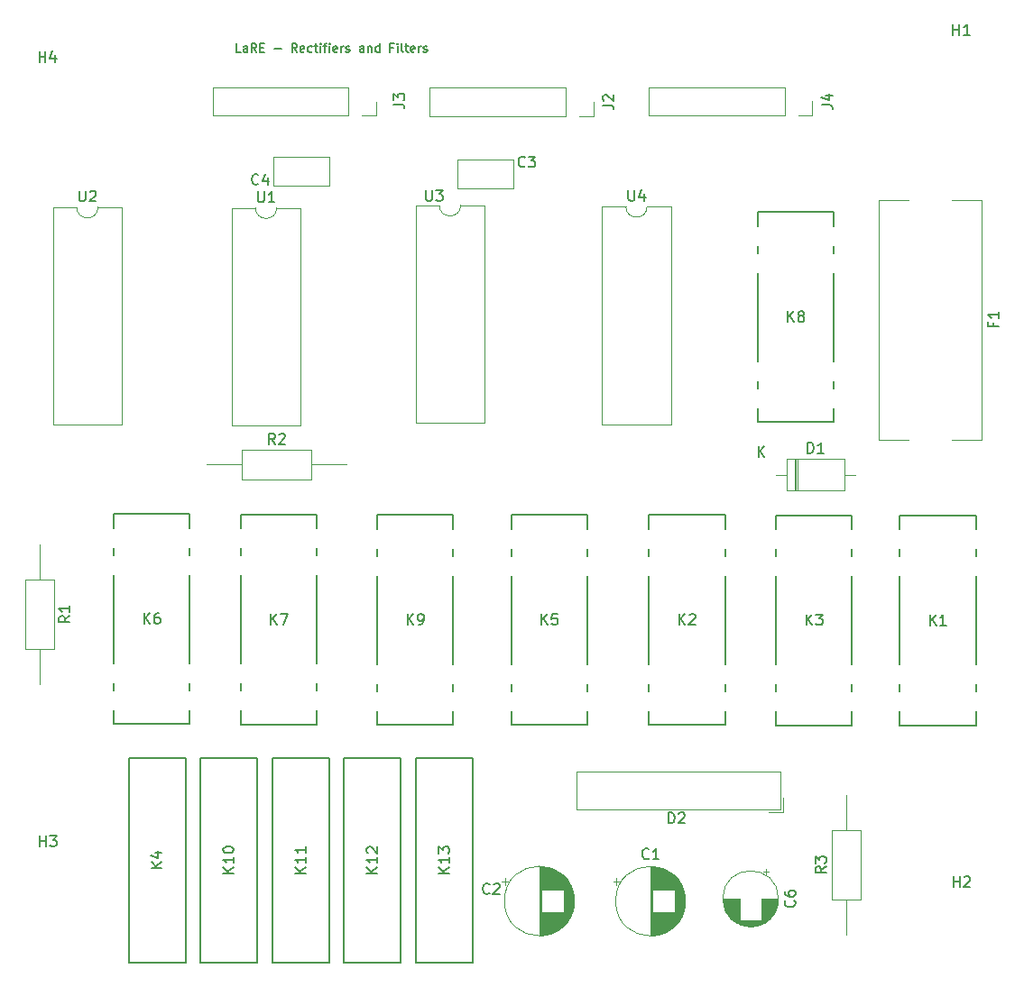
<source format=gbr>
%TF.GenerationSoftware,KiCad,Pcbnew,8.0.3*%
%TF.CreationDate,2024-06-12T05:50:31+01:00*%
%TF.ProjectId,meiaonda,6d656961-6f6e-4646-912e-6b696361645f,rev?*%
%TF.SameCoordinates,Original*%
%TF.FileFunction,Legend,Top*%
%TF.FilePolarity,Positive*%
%FSLAX46Y46*%
G04 Gerber Fmt 4.6, Leading zero omitted, Abs format (unit mm)*
G04 Created by KiCad (PCBNEW 8.0.3) date 2024-06-12 05:50:31*
%MOMM*%
%LPD*%
G01*
G04 APERTURE LIST*
%ADD10C,0.152400*%
%ADD11C,0.150000*%
%ADD12C,0.120000*%
G04 APERTURE END LIST*
D10*
X103620834Y-43192603D02*
X103233786Y-43192603D01*
X103233786Y-43192603D02*
X103233786Y-42379803D01*
X104240110Y-43192603D02*
X104240110Y-42766851D01*
X104240110Y-42766851D02*
X104201405Y-42689441D01*
X104201405Y-42689441D02*
X104123996Y-42650737D01*
X104123996Y-42650737D02*
X103969177Y-42650737D01*
X103969177Y-42650737D02*
X103891767Y-42689441D01*
X104240110Y-43153899D02*
X104162701Y-43192603D01*
X104162701Y-43192603D02*
X103969177Y-43192603D01*
X103969177Y-43192603D02*
X103891767Y-43153899D01*
X103891767Y-43153899D02*
X103853063Y-43076489D01*
X103853063Y-43076489D02*
X103853063Y-42999079D01*
X103853063Y-42999079D02*
X103891767Y-42921670D01*
X103891767Y-42921670D02*
X103969177Y-42882965D01*
X103969177Y-42882965D02*
X104162701Y-42882965D01*
X104162701Y-42882965D02*
X104240110Y-42844260D01*
X105091614Y-43192603D02*
X104820681Y-42805556D01*
X104627157Y-43192603D02*
X104627157Y-42379803D01*
X104627157Y-42379803D02*
X104936795Y-42379803D01*
X104936795Y-42379803D02*
X105014205Y-42418508D01*
X105014205Y-42418508D02*
X105052910Y-42457213D01*
X105052910Y-42457213D02*
X105091614Y-42534622D01*
X105091614Y-42534622D02*
X105091614Y-42650737D01*
X105091614Y-42650737D02*
X105052910Y-42728146D01*
X105052910Y-42728146D02*
X105014205Y-42766851D01*
X105014205Y-42766851D02*
X104936795Y-42805556D01*
X104936795Y-42805556D02*
X104627157Y-42805556D01*
X105439957Y-42766851D02*
X105710891Y-42766851D01*
X105827005Y-43192603D02*
X105439957Y-43192603D01*
X105439957Y-43192603D02*
X105439957Y-42379803D01*
X105439957Y-42379803D02*
X105827005Y-42379803D01*
X106794623Y-42882965D02*
X107413900Y-42882965D01*
X108884680Y-43192603D02*
X108613747Y-42805556D01*
X108420223Y-43192603D02*
X108420223Y-42379803D01*
X108420223Y-42379803D02*
X108729861Y-42379803D01*
X108729861Y-42379803D02*
X108807271Y-42418508D01*
X108807271Y-42418508D02*
X108845976Y-42457213D01*
X108845976Y-42457213D02*
X108884680Y-42534622D01*
X108884680Y-42534622D02*
X108884680Y-42650737D01*
X108884680Y-42650737D02*
X108845976Y-42728146D01*
X108845976Y-42728146D02*
X108807271Y-42766851D01*
X108807271Y-42766851D02*
X108729861Y-42805556D01*
X108729861Y-42805556D02*
X108420223Y-42805556D01*
X109542661Y-43153899D02*
X109465252Y-43192603D01*
X109465252Y-43192603D02*
X109310433Y-43192603D01*
X109310433Y-43192603D02*
X109233023Y-43153899D01*
X109233023Y-43153899D02*
X109194319Y-43076489D01*
X109194319Y-43076489D02*
X109194319Y-42766851D01*
X109194319Y-42766851D02*
X109233023Y-42689441D01*
X109233023Y-42689441D02*
X109310433Y-42650737D01*
X109310433Y-42650737D02*
X109465252Y-42650737D01*
X109465252Y-42650737D02*
X109542661Y-42689441D01*
X109542661Y-42689441D02*
X109581366Y-42766851D01*
X109581366Y-42766851D02*
X109581366Y-42844260D01*
X109581366Y-42844260D02*
X109194319Y-42921670D01*
X110278052Y-43153899D02*
X110200643Y-43192603D01*
X110200643Y-43192603D02*
X110045824Y-43192603D01*
X110045824Y-43192603D02*
X109968414Y-43153899D01*
X109968414Y-43153899D02*
X109929709Y-43115194D01*
X109929709Y-43115194D02*
X109891005Y-43037784D01*
X109891005Y-43037784D02*
X109891005Y-42805556D01*
X109891005Y-42805556D02*
X109929709Y-42728146D01*
X109929709Y-42728146D02*
X109968414Y-42689441D01*
X109968414Y-42689441D02*
X110045824Y-42650737D01*
X110045824Y-42650737D02*
X110200643Y-42650737D01*
X110200643Y-42650737D02*
X110278052Y-42689441D01*
X110510281Y-42650737D02*
X110819919Y-42650737D01*
X110626395Y-42379803D02*
X110626395Y-43076489D01*
X110626395Y-43076489D02*
X110665100Y-43153899D01*
X110665100Y-43153899D02*
X110742510Y-43192603D01*
X110742510Y-43192603D02*
X110819919Y-43192603D01*
X111090852Y-43192603D02*
X111090852Y-42650737D01*
X111090852Y-42379803D02*
X111052148Y-42418508D01*
X111052148Y-42418508D02*
X111090852Y-42457213D01*
X111090852Y-42457213D02*
X111129557Y-42418508D01*
X111129557Y-42418508D02*
X111090852Y-42379803D01*
X111090852Y-42379803D02*
X111090852Y-42457213D01*
X111361786Y-42650737D02*
X111671424Y-42650737D01*
X111477900Y-43192603D02*
X111477900Y-42495918D01*
X111477900Y-42495918D02*
X111516605Y-42418508D01*
X111516605Y-42418508D02*
X111594015Y-42379803D01*
X111594015Y-42379803D02*
X111671424Y-42379803D01*
X111942357Y-43192603D02*
X111942357Y-42650737D01*
X111942357Y-42379803D02*
X111903653Y-42418508D01*
X111903653Y-42418508D02*
X111942357Y-42457213D01*
X111942357Y-42457213D02*
X111981062Y-42418508D01*
X111981062Y-42418508D02*
X111942357Y-42379803D01*
X111942357Y-42379803D02*
X111942357Y-42457213D01*
X112639043Y-43153899D02*
X112561634Y-43192603D01*
X112561634Y-43192603D02*
X112406815Y-43192603D01*
X112406815Y-43192603D02*
X112329405Y-43153899D01*
X112329405Y-43153899D02*
X112290701Y-43076489D01*
X112290701Y-43076489D02*
X112290701Y-42766851D01*
X112290701Y-42766851D02*
X112329405Y-42689441D01*
X112329405Y-42689441D02*
X112406815Y-42650737D01*
X112406815Y-42650737D02*
X112561634Y-42650737D01*
X112561634Y-42650737D02*
X112639043Y-42689441D01*
X112639043Y-42689441D02*
X112677748Y-42766851D01*
X112677748Y-42766851D02*
X112677748Y-42844260D01*
X112677748Y-42844260D02*
X112290701Y-42921670D01*
X113026091Y-43192603D02*
X113026091Y-42650737D01*
X113026091Y-42805556D02*
X113064796Y-42728146D01*
X113064796Y-42728146D02*
X113103501Y-42689441D01*
X113103501Y-42689441D02*
X113180910Y-42650737D01*
X113180910Y-42650737D02*
X113258320Y-42650737D01*
X113490549Y-43153899D02*
X113567958Y-43192603D01*
X113567958Y-43192603D02*
X113722777Y-43192603D01*
X113722777Y-43192603D02*
X113800187Y-43153899D01*
X113800187Y-43153899D02*
X113838891Y-43076489D01*
X113838891Y-43076489D02*
X113838891Y-43037784D01*
X113838891Y-43037784D02*
X113800187Y-42960375D01*
X113800187Y-42960375D02*
X113722777Y-42921670D01*
X113722777Y-42921670D02*
X113606663Y-42921670D01*
X113606663Y-42921670D02*
X113529253Y-42882965D01*
X113529253Y-42882965D02*
X113490549Y-42805556D01*
X113490549Y-42805556D02*
X113490549Y-42766851D01*
X113490549Y-42766851D02*
X113529253Y-42689441D01*
X113529253Y-42689441D02*
X113606663Y-42650737D01*
X113606663Y-42650737D02*
X113722777Y-42650737D01*
X113722777Y-42650737D02*
X113800187Y-42689441D01*
X115154853Y-43192603D02*
X115154853Y-42766851D01*
X115154853Y-42766851D02*
X115116148Y-42689441D01*
X115116148Y-42689441D02*
X115038739Y-42650737D01*
X115038739Y-42650737D02*
X114883920Y-42650737D01*
X114883920Y-42650737D02*
X114806510Y-42689441D01*
X115154853Y-43153899D02*
X115077444Y-43192603D01*
X115077444Y-43192603D02*
X114883920Y-43192603D01*
X114883920Y-43192603D02*
X114806510Y-43153899D01*
X114806510Y-43153899D02*
X114767806Y-43076489D01*
X114767806Y-43076489D02*
X114767806Y-42999079D01*
X114767806Y-42999079D02*
X114806510Y-42921670D01*
X114806510Y-42921670D02*
X114883920Y-42882965D01*
X114883920Y-42882965D02*
X115077444Y-42882965D01*
X115077444Y-42882965D02*
X115154853Y-42844260D01*
X115541900Y-42650737D02*
X115541900Y-43192603D01*
X115541900Y-42728146D02*
X115580605Y-42689441D01*
X115580605Y-42689441D02*
X115658015Y-42650737D01*
X115658015Y-42650737D02*
X115774129Y-42650737D01*
X115774129Y-42650737D02*
X115851538Y-42689441D01*
X115851538Y-42689441D02*
X115890243Y-42766851D01*
X115890243Y-42766851D02*
X115890243Y-43192603D01*
X116625633Y-43192603D02*
X116625633Y-42379803D01*
X116625633Y-43153899D02*
X116548224Y-43192603D01*
X116548224Y-43192603D02*
X116393405Y-43192603D01*
X116393405Y-43192603D02*
X116315995Y-43153899D01*
X116315995Y-43153899D02*
X116277290Y-43115194D01*
X116277290Y-43115194D02*
X116238586Y-43037784D01*
X116238586Y-43037784D02*
X116238586Y-42805556D01*
X116238586Y-42805556D02*
X116277290Y-42728146D01*
X116277290Y-42728146D02*
X116315995Y-42689441D01*
X116315995Y-42689441D02*
X116393405Y-42650737D01*
X116393405Y-42650737D02*
X116548224Y-42650737D01*
X116548224Y-42650737D02*
X116625633Y-42689441D01*
X117902890Y-42766851D02*
X117631956Y-42766851D01*
X117631956Y-43192603D02*
X117631956Y-42379803D01*
X117631956Y-42379803D02*
X118019004Y-42379803D01*
X118328642Y-43192603D02*
X118328642Y-42650737D01*
X118328642Y-42379803D02*
X118289938Y-42418508D01*
X118289938Y-42418508D02*
X118328642Y-42457213D01*
X118328642Y-42457213D02*
X118367347Y-42418508D01*
X118367347Y-42418508D02*
X118328642Y-42379803D01*
X118328642Y-42379803D02*
X118328642Y-42457213D01*
X118831805Y-43192603D02*
X118754395Y-43153899D01*
X118754395Y-43153899D02*
X118715690Y-43076489D01*
X118715690Y-43076489D02*
X118715690Y-42379803D01*
X119025328Y-42650737D02*
X119334966Y-42650737D01*
X119141442Y-42379803D02*
X119141442Y-43076489D01*
X119141442Y-43076489D02*
X119180147Y-43153899D01*
X119180147Y-43153899D02*
X119257557Y-43192603D01*
X119257557Y-43192603D02*
X119334966Y-43192603D01*
X119915537Y-43153899D02*
X119838128Y-43192603D01*
X119838128Y-43192603D02*
X119683309Y-43192603D01*
X119683309Y-43192603D02*
X119605899Y-43153899D01*
X119605899Y-43153899D02*
X119567195Y-43076489D01*
X119567195Y-43076489D02*
X119567195Y-42766851D01*
X119567195Y-42766851D02*
X119605899Y-42689441D01*
X119605899Y-42689441D02*
X119683309Y-42650737D01*
X119683309Y-42650737D02*
X119838128Y-42650737D01*
X119838128Y-42650737D02*
X119915537Y-42689441D01*
X119915537Y-42689441D02*
X119954242Y-42766851D01*
X119954242Y-42766851D02*
X119954242Y-42844260D01*
X119954242Y-42844260D02*
X119567195Y-42921670D01*
X120302585Y-43192603D02*
X120302585Y-42650737D01*
X120302585Y-42805556D02*
X120341290Y-42728146D01*
X120341290Y-42728146D02*
X120379995Y-42689441D01*
X120379995Y-42689441D02*
X120457404Y-42650737D01*
X120457404Y-42650737D02*
X120534814Y-42650737D01*
X120767043Y-43153899D02*
X120844452Y-43192603D01*
X120844452Y-43192603D02*
X120999271Y-43192603D01*
X120999271Y-43192603D02*
X121076681Y-43153899D01*
X121076681Y-43153899D02*
X121115385Y-43076489D01*
X121115385Y-43076489D02*
X121115385Y-43037784D01*
X121115385Y-43037784D02*
X121076681Y-42960375D01*
X121076681Y-42960375D02*
X120999271Y-42921670D01*
X120999271Y-42921670D02*
X120883157Y-42921670D01*
X120883157Y-42921670D02*
X120805747Y-42882965D01*
X120805747Y-42882965D02*
X120767043Y-42805556D01*
X120767043Y-42805556D02*
X120767043Y-42766851D01*
X120767043Y-42766851D02*
X120805747Y-42689441D01*
X120805747Y-42689441D02*
X120883157Y-42650737D01*
X120883157Y-42650737D02*
X120999271Y-42650737D01*
X120999271Y-42650737D02*
X121076681Y-42689441D01*
D11*
X174241009Y-68643333D02*
X174241009Y-68976666D01*
X174764819Y-68976666D02*
X173764819Y-68976666D01*
X173764819Y-68976666D02*
X173764819Y-68500476D01*
X174764819Y-67595714D02*
X174764819Y-68167142D01*
X174764819Y-67881428D02*
X173764819Y-67881428D01*
X173764819Y-67881428D02*
X173907676Y-67976666D01*
X173907676Y-67976666D02*
X174002914Y-68071904D01*
X174002914Y-68071904D02*
X174050533Y-68167142D01*
X158134819Y-48153333D02*
X158849104Y-48153333D01*
X158849104Y-48153333D02*
X158991961Y-48200952D01*
X158991961Y-48200952D02*
X159087200Y-48296190D01*
X159087200Y-48296190D02*
X159134819Y-48439047D01*
X159134819Y-48439047D02*
X159134819Y-48534285D01*
X158468152Y-47248571D02*
X159134819Y-47248571D01*
X158087200Y-47486666D02*
X158801485Y-47724761D01*
X158801485Y-47724761D02*
X158801485Y-47105714D01*
X84718095Y-44124819D02*
X84718095Y-43124819D01*
X84718095Y-43601009D02*
X85289523Y-43601009D01*
X85289523Y-44124819D02*
X85289523Y-43124819D01*
X86194285Y-43458152D02*
X86194285Y-44124819D01*
X85956190Y-43077200D02*
X85718095Y-43791485D01*
X85718095Y-43791485D02*
X86337142Y-43791485D01*
X84758095Y-117804819D02*
X84758095Y-116804819D01*
X84758095Y-117281009D02*
X85329523Y-117281009D01*
X85329523Y-117804819D02*
X85329523Y-116804819D01*
X85710476Y-116804819D02*
X86329523Y-116804819D01*
X86329523Y-116804819D02*
X85996190Y-117185771D01*
X85996190Y-117185771D02*
X86139047Y-117185771D01*
X86139047Y-117185771D02*
X86234285Y-117233390D01*
X86234285Y-117233390D02*
X86281904Y-117281009D01*
X86281904Y-117281009D02*
X86329523Y-117376247D01*
X86329523Y-117376247D02*
X86329523Y-117614342D01*
X86329523Y-117614342D02*
X86281904Y-117709580D01*
X86281904Y-117709580D02*
X86234285Y-117757200D01*
X86234285Y-117757200D02*
X86139047Y-117804819D01*
X86139047Y-117804819D02*
X85853333Y-117804819D01*
X85853333Y-117804819D02*
X85758095Y-117757200D01*
X85758095Y-117757200D02*
X85710476Y-117709580D01*
X170498095Y-121604819D02*
X170498095Y-120604819D01*
X170498095Y-121081009D02*
X171069523Y-121081009D01*
X171069523Y-121604819D02*
X171069523Y-120604819D01*
X171498095Y-120700057D02*
X171545714Y-120652438D01*
X171545714Y-120652438D02*
X171640952Y-120604819D01*
X171640952Y-120604819D02*
X171879047Y-120604819D01*
X171879047Y-120604819D02*
X171974285Y-120652438D01*
X171974285Y-120652438D02*
X172021904Y-120700057D01*
X172021904Y-120700057D02*
X172069523Y-120795295D01*
X172069523Y-120795295D02*
X172069523Y-120890533D01*
X172069523Y-120890533D02*
X172021904Y-121033390D01*
X172021904Y-121033390D02*
X171450476Y-121604819D01*
X171450476Y-121604819D02*
X172069523Y-121604819D01*
X170458095Y-41594819D02*
X170458095Y-40594819D01*
X170458095Y-41071009D02*
X171029523Y-41071009D01*
X171029523Y-41594819D02*
X171029523Y-40594819D01*
X172029523Y-41594819D02*
X171458095Y-41594819D01*
X171743809Y-41594819D02*
X171743809Y-40594819D01*
X171743809Y-40594819D02*
X171648571Y-40737676D01*
X171648571Y-40737676D02*
X171553333Y-40832914D01*
X171553333Y-40832914D02*
X171458095Y-40880533D01*
X94531905Y-96894819D02*
X94531905Y-95894819D01*
X95103333Y-96894819D02*
X94674762Y-96323390D01*
X95103333Y-95894819D02*
X94531905Y-96466247D01*
X95960476Y-95894819D02*
X95770000Y-95894819D01*
X95770000Y-95894819D02*
X95674762Y-95942438D01*
X95674762Y-95942438D02*
X95627143Y-95990057D01*
X95627143Y-95990057D02*
X95531905Y-96132914D01*
X95531905Y-96132914D02*
X95484286Y-96323390D01*
X95484286Y-96323390D02*
X95484286Y-96704342D01*
X95484286Y-96704342D02*
X95531905Y-96799580D01*
X95531905Y-96799580D02*
X95579524Y-96847200D01*
X95579524Y-96847200D02*
X95674762Y-96894819D01*
X95674762Y-96894819D02*
X95865238Y-96894819D01*
X95865238Y-96894819D02*
X95960476Y-96847200D01*
X95960476Y-96847200D02*
X96008095Y-96799580D01*
X96008095Y-96799580D02*
X96055714Y-96704342D01*
X96055714Y-96704342D02*
X96055714Y-96466247D01*
X96055714Y-96466247D02*
X96008095Y-96371009D01*
X96008095Y-96371009D02*
X95960476Y-96323390D01*
X95960476Y-96323390D02*
X95865238Y-96275771D01*
X95865238Y-96275771D02*
X95674762Y-96275771D01*
X95674762Y-96275771D02*
X95579524Y-96323390D01*
X95579524Y-96323390D02*
X95531905Y-96371009D01*
X95531905Y-96371009D02*
X95484286Y-96466247D01*
X168301905Y-97024819D02*
X168301905Y-96024819D01*
X168873333Y-97024819D02*
X168444762Y-96453390D01*
X168873333Y-96024819D02*
X168301905Y-96596247D01*
X169825714Y-97024819D02*
X169254286Y-97024819D01*
X169540000Y-97024819D02*
X169540000Y-96024819D01*
X169540000Y-96024819D02*
X169444762Y-96167676D01*
X169444762Y-96167676D02*
X169349524Y-96262914D01*
X169349524Y-96262914D02*
X169254286Y-96310533D01*
X131831905Y-96974819D02*
X131831905Y-95974819D01*
X132403333Y-96974819D02*
X131974762Y-96403390D01*
X132403333Y-95974819D02*
X131831905Y-96546247D01*
X133308095Y-95974819D02*
X132831905Y-95974819D01*
X132831905Y-95974819D02*
X132784286Y-96451009D01*
X132784286Y-96451009D02*
X132831905Y-96403390D01*
X132831905Y-96403390D02*
X132927143Y-96355771D01*
X132927143Y-96355771D02*
X133165238Y-96355771D01*
X133165238Y-96355771D02*
X133260476Y-96403390D01*
X133260476Y-96403390D02*
X133308095Y-96451009D01*
X133308095Y-96451009D02*
X133355714Y-96546247D01*
X133355714Y-96546247D02*
X133355714Y-96784342D01*
X133355714Y-96784342D02*
X133308095Y-96879580D01*
X133308095Y-96879580D02*
X133260476Y-96927200D01*
X133260476Y-96927200D02*
X133165238Y-96974819D01*
X133165238Y-96974819D02*
X132927143Y-96974819D01*
X132927143Y-96974819D02*
X132831905Y-96927200D01*
X132831905Y-96927200D02*
X132784286Y-96879580D01*
X106823333Y-80024819D02*
X106490000Y-79548628D01*
X106251905Y-80024819D02*
X106251905Y-79024819D01*
X106251905Y-79024819D02*
X106632857Y-79024819D01*
X106632857Y-79024819D02*
X106728095Y-79072438D01*
X106728095Y-79072438D02*
X106775714Y-79120057D01*
X106775714Y-79120057D02*
X106823333Y-79215295D01*
X106823333Y-79215295D02*
X106823333Y-79358152D01*
X106823333Y-79358152D02*
X106775714Y-79453390D01*
X106775714Y-79453390D02*
X106728095Y-79501009D01*
X106728095Y-79501009D02*
X106632857Y-79548628D01*
X106632857Y-79548628D02*
X106251905Y-79548628D01*
X107204286Y-79120057D02*
X107251905Y-79072438D01*
X107251905Y-79072438D02*
X107347143Y-79024819D01*
X107347143Y-79024819D02*
X107585238Y-79024819D01*
X107585238Y-79024819D02*
X107680476Y-79072438D01*
X107680476Y-79072438D02*
X107728095Y-79120057D01*
X107728095Y-79120057D02*
X107775714Y-79215295D01*
X107775714Y-79215295D02*
X107775714Y-79310533D01*
X107775714Y-79310533D02*
X107728095Y-79453390D01*
X107728095Y-79453390D02*
X107156667Y-80024819D01*
X107156667Y-80024819D02*
X107775714Y-80024819D01*
X155569580Y-122886666D02*
X155617200Y-122934285D01*
X155617200Y-122934285D02*
X155664819Y-123077142D01*
X155664819Y-123077142D02*
X155664819Y-123172380D01*
X155664819Y-123172380D02*
X155617200Y-123315237D01*
X155617200Y-123315237D02*
X155521961Y-123410475D01*
X155521961Y-123410475D02*
X155426723Y-123458094D01*
X155426723Y-123458094D02*
X155236247Y-123505713D01*
X155236247Y-123505713D02*
X155093390Y-123505713D01*
X155093390Y-123505713D02*
X154902914Y-123458094D01*
X154902914Y-123458094D02*
X154807676Y-123410475D01*
X154807676Y-123410475D02*
X154712438Y-123315237D01*
X154712438Y-123315237D02*
X154664819Y-123172380D01*
X154664819Y-123172380D02*
X154664819Y-123077142D01*
X154664819Y-123077142D02*
X154712438Y-122934285D01*
X154712438Y-122934285D02*
X154760057Y-122886666D01*
X154664819Y-122029523D02*
X154664819Y-122219999D01*
X154664819Y-122219999D02*
X154712438Y-122315237D01*
X154712438Y-122315237D02*
X154760057Y-122362856D01*
X154760057Y-122362856D02*
X154902914Y-122458094D01*
X154902914Y-122458094D02*
X155093390Y-122505713D01*
X155093390Y-122505713D02*
X155474342Y-122505713D01*
X155474342Y-122505713D02*
X155569580Y-122458094D01*
X155569580Y-122458094D02*
X155617200Y-122410475D01*
X155617200Y-122410475D02*
X155664819Y-122315237D01*
X155664819Y-122315237D02*
X155664819Y-122124761D01*
X155664819Y-122124761D02*
X155617200Y-122029523D01*
X155617200Y-122029523D02*
X155569580Y-121981904D01*
X155569580Y-121981904D02*
X155474342Y-121934285D01*
X155474342Y-121934285D02*
X155236247Y-121934285D01*
X155236247Y-121934285D02*
X155141009Y-121981904D01*
X155141009Y-121981904D02*
X155093390Y-122029523D01*
X155093390Y-122029523D02*
X155045771Y-122124761D01*
X155045771Y-122124761D02*
X155045771Y-122315237D01*
X155045771Y-122315237D02*
X155093390Y-122410475D01*
X155093390Y-122410475D02*
X155141009Y-122458094D01*
X155141009Y-122458094D02*
X155236247Y-122505713D01*
X96213219Y-119838094D02*
X95213219Y-119838094D01*
X96213219Y-119266666D02*
X95641790Y-119695237D01*
X95213219Y-119266666D02*
X95784647Y-119838094D01*
X95546552Y-118409523D02*
X96213219Y-118409523D01*
X95165600Y-118647618D02*
X95879885Y-118885713D01*
X95879885Y-118885713D02*
X95879885Y-118266666D01*
X109694019Y-120314285D02*
X108694019Y-120314285D01*
X109694019Y-119742857D02*
X109122590Y-120171428D01*
X108694019Y-119742857D02*
X109265447Y-120314285D01*
X109694019Y-118790476D02*
X109694019Y-119361904D01*
X109694019Y-119076190D02*
X108694019Y-119076190D01*
X108694019Y-119076190D02*
X108836876Y-119171428D01*
X108836876Y-119171428D02*
X108932114Y-119266666D01*
X108932114Y-119266666D02*
X108979733Y-119361904D01*
X109694019Y-117838095D02*
X109694019Y-118409523D01*
X109694019Y-118123809D02*
X108694019Y-118123809D01*
X108694019Y-118123809D02*
X108836876Y-118219047D01*
X108836876Y-118219047D02*
X108932114Y-118314285D01*
X108932114Y-118314285D02*
X108979733Y-118409523D01*
X141903333Y-118899580D02*
X141855714Y-118947200D01*
X141855714Y-118947200D02*
X141712857Y-118994819D01*
X141712857Y-118994819D02*
X141617619Y-118994819D01*
X141617619Y-118994819D02*
X141474762Y-118947200D01*
X141474762Y-118947200D02*
X141379524Y-118851961D01*
X141379524Y-118851961D02*
X141331905Y-118756723D01*
X141331905Y-118756723D02*
X141284286Y-118566247D01*
X141284286Y-118566247D02*
X141284286Y-118423390D01*
X141284286Y-118423390D02*
X141331905Y-118232914D01*
X141331905Y-118232914D02*
X141379524Y-118137676D01*
X141379524Y-118137676D02*
X141474762Y-118042438D01*
X141474762Y-118042438D02*
X141617619Y-117994819D01*
X141617619Y-117994819D02*
X141712857Y-117994819D01*
X141712857Y-117994819D02*
X141855714Y-118042438D01*
X141855714Y-118042438D02*
X141903333Y-118090057D01*
X142855714Y-118994819D02*
X142284286Y-118994819D01*
X142570000Y-118994819D02*
X142570000Y-117994819D01*
X142570000Y-117994819D02*
X142474762Y-118137676D01*
X142474762Y-118137676D02*
X142379524Y-118232914D01*
X142379524Y-118232914D02*
X142284286Y-118280533D01*
X117964819Y-48093333D02*
X118679104Y-48093333D01*
X118679104Y-48093333D02*
X118821961Y-48140952D01*
X118821961Y-48140952D02*
X118917200Y-48236190D01*
X118917200Y-48236190D02*
X118964819Y-48379047D01*
X118964819Y-48379047D02*
X118964819Y-48474285D01*
X117964819Y-47712380D02*
X117964819Y-47093333D01*
X117964819Y-47093333D02*
X118345771Y-47426666D01*
X118345771Y-47426666D02*
X118345771Y-47283809D01*
X118345771Y-47283809D02*
X118393390Y-47188571D01*
X118393390Y-47188571D02*
X118441009Y-47140952D01*
X118441009Y-47140952D02*
X118536247Y-47093333D01*
X118536247Y-47093333D02*
X118774342Y-47093333D01*
X118774342Y-47093333D02*
X118869580Y-47140952D01*
X118869580Y-47140952D02*
X118917200Y-47188571D01*
X118917200Y-47188571D02*
X118964819Y-47283809D01*
X118964819Y-47283809D02*
X118964819Y-47569523D01*
X118964819Y-47569523D02*
X118917200Y-47664761D01*
X118917200Y-47664761D02*
X118869580Y-47712380D01*
X158534819Y-119706666D02*
X158058628Y-120039999D01*
X158534819Y-120278094D02*
X157534819Y-120278094D01*
X157534819Y-120278094D02*
X157534819Y-119897142D01*
X157534819Y-119897142D02*
X157582438Y-119801904D01*
X157582438Y-119801904D02*
X157630057Y-119754285D01*
X157630057Y-119754285D02*
X157725295Y-119706666D01*
X157725295Y-119706666D02*
X157868152Y-119706666D01*
X157868152Y-119706666D02*
X157963390Y-119754285D01*
X157963390Y-119754285D02*
X158011009Y-119801904D01*
X158011009Y-119801904D02*
X158058628Y-119897142D01*
X158058628Y-119897142D02*
X158058628Y-120278094D01*
X157534819Y-119373332D02*
X157534819Y-118754285D01*
X157534819Y-118754285D02*
X157915771Y-119087618D01*
X157915771Y-119087618D02*
X157915771Y-118944761D01*
X157915771Y-118944761D02*
X157963390Y-118849523D01*
X157963390Y-118849523D02*
X158011009Y-118801904D01*
X158011009Y-118801904D02*
X158106247Y-118754285D01*
X158106247Y-118754285D02*
X158344342Y-118754285D01*
X158344342Y-118754285D02*
X158439580Y-118801904D01*
X158439580Y-118801904D02*
X158487200Y-118849523D01*
X158487200Y-118849523D02*
X158534819Y-118944761D01*
X158534819Y-118944761D02*
X158534819Y-119230475D01*
X158534819Y-119230475D02*
X158487200Y-119325713D01*
X158487200Y-119325713D02*
X158439580Y-119373332D01*
X143751905Y-115624819D02*
X143751905Y-114624819D01*
X143751905Y-114624819D02*
X143990000Y-114624819D01*
X143990000Y-114624819D02*
X144132857Y-114672438D01*
X144132857Y-114672438D02*
X144228095Y-114767676D01*
X144228095Y-114767676D02*
X144275714Y-114862914D01*
X144275714Y-114862914D02*
X144323333Y-115053390D01*
X144323333Y-115053390D02*
X144323333Y-115196247D01*
X144323333Y-115196247D02*
X144275714Y-115386723D01*
X144275714Y-115386723D02*
X144228095Y-115481961D01*
X144228095Y-115481961D02*
X144132857Y-115577200D01*
X144132857Y-115577200D02*
X143990000Y-115624819D01*
X143990000Y-115624819D02*
X143751905Y-115624819D01*
X144704286Y-114720057D02*
X144751905Y-114672438D01*
X144751905Y-114672438D02*
X144847143Y-114624819D01*
X144847143Y-114624819D02*
X145085238Y-114624819D01*
X145085238Y-114624819D02*
X145180476Y-114672438D01*
X145180476Y-114672438D02*
X145228095Y-114720057D01*
X145228095Y-114720057D02*
X145275714Y-114815295D01*
X145275714Y-114815295D02*
X145275714Y-114910533D01*
X145275714Y-114910533D02*
X145228095Y-115053390D01*
X145228095Y-115053390D02*
X144656667Y-115624819D01*
X144656667Y-115624819D02*
X145275714Y-115624819D01*
X130283333Y-53909580D02*
X130235714Y-53957200D01*
X130235714Y-53957200D02*
X130092857Y-54004819D01*
X130092857Y-54004819D02*
X129997619Y-54004819D01*
X129997619Y-54004819D02*
X129854762Y-53957200D01*
X129854762Y-53957200D02*
X129759524Y-53861961D01*
X129759524Y-53861961D02*
X129711905Y-53766723D01*
X129711905Y-53766723D02*
X129664286Y-53576247D01*
X129664286Y-53576247D02*
X129664286Y-53433390D01*
X129664286Y-53433390D02*
X129711905Y-53242914D01*
X129711905Y-53242914D02*
X129759524Y-53147676D01*
X129759524Y-53147676D02*
X129854762Y-53052438D01*
X129854762Y-53052438D02*
X129997619Y-53004819D01*
X129997619Y-53004819D02*
X130092857Y-53004819D01*
X130092857Y-53004819D02*
X130235714Y-53052438D01*
X130235714Y-53052438D02*
X130283333Y-53100057D01*
X130616667Y-53004819D02*
X131235714Y-53004819D01*
X131235714Y-53004819D02*
X130902381Y-53385771D01*
X130902381Y-53385771D02*
X131045238Y-53385771D01*
X131045238Y-53385771D02*
X131140476Y-53433390D01*
X131140476Y-53433390D02*
X131188095Y-53481009D01*
X131188095Y-53481009D02*
X131235714Y-53576247D01*
X131235714Y-53576247D02*
X131235714Y-53814342D01*
X131235714Y-53814342D02*
X131188095Y-53909580D01*
X131188095Y-53909580D02*
X131140476Y-53957200D01*
X131140476Y-53957200D02*
X131045238Y-54004819D01*
X131045238Y-54004819D02*
X130759524Y-54004819D01*
X130759524Y-54004819D02*
X130664286Y-53957200D01*
X130664286Y-53957200D02*
X130616667Y-53909580D01*
X88458095Y-56214819D02*
X88458095Y-57024342D01*
X88458095Y-57024342D02*
X88505714Y-57119580D01*
X88505714Y-57119580D02*
X88553333Y-57167200D01*
X88553333Y-57167200D02*
X88648571Y-57214819D01*
X88648571Y-57214819D02*
X88839047Y-57214819D01*
X88839047Y-57214819D02*
X88934285Y-57167200D01*
X88934285Y-57167200D02*
X88981904Y-57119580D01*
X88981904Y-57119580D02*
X89029523Y-57024342D01*
X89029523Y-57024342D02*
X89029523Y-56214819D01*
X89458095Y-56310057D02*
X89505714Y-56262438D01*
X89505714Y-56262438D02*
X89600952Y-56214819D01*
X89600952Y-56214819D02*
X89839047Y-56214819D01*
X89839047Y-56214819D02*
X89934285Y-56262438D01*
X89934285Y-56262438D02*
X89981904Y-56310057D01*
X89981904Y-56310057D02*
X90029523Y-56405295D01*
X90029523Y-56405295D02*
X90029523Y-56500533D01*
X90029523Y-56500533D02*
X89981904Y-56643390D01*
X89981904Y-56643390D02*
X89410476Y-57214819D01*
X89410476Y-57214819D02*
X90029523Y-57214819D01*
X139988095Y-56154819D02*
X139988095Y-56964342D01*
X139988095Y-56964342D02*
X140035714Y-57059580D01*
X140035714Y-57059580D02*
X140083333Y-57107200D01*
X140083333Y-57107200D02*
X140178571Y-57154819D01*
X140178571Y-57154819D02*
X140369047Y-57154819D01*
X140369047Y-57154819D02*
X140464285Y-57107200D01*
X140464285Y-57107200D02*
X140511904Y-57059580D01*
X140511904Y-57059580D02*
X140559523Y-56964342D01*
X140559523Y-56964342D02*
X140559523Y-56154819D01*
X141464285Y-56488152D02*
X141464285Y-57154819D01*
X141226190Y-56107200D02*
X140988095Y-56821485D01*
X140988095Y-56821485D02*
X141607142Y-56821485D01*
X102953619Y-120314285D02*
X101953619Y-120314285D01*
X102953619Y-119742857D02*
X102382190Y-120171428D01*
X101953619Y-119742857D02*
X102525047Y-120314285D01*
X102953619Y-118790476D02*
X102953619Y-119361904D01*
X102953619Y-119076190D02*
X101953619Y-119076190D01*
X101953619Y-119076190D02*
X102096476Y-119171428D01*
X102096476Y-119171428D02*
X102191714Y-119266666D01*
X102191714Y-119266666D02*
X102239333Y-119361904D01*
X101953619Y-118171428D02*
X101953619Y-118076190D01*
X101953619Y-118076190D02*
X102001238Y-117980952D01*
X102001238Y-117980952D02*
X102048857Y-117933333D01*
X102048857Y-117933333D02*
X102144095Y-117885714D01*
X102144095Y-117885714D02*
X102334571Y-117838095D01*
X102334571Y-117838095D02*
X102572666Y-117838095D01*
X102572666Y-117838095D02*
X102763142Y-117885714D01*
X102763142Y-117885714D02*
X102858380Y-117933333D01*
X102858380Y-117933333D02*
X102906000Y-117980952D01*
X102906000Y-117980952D02*
X102953619Y-118076190D01*
X102953619Y-118076190D02*
X102953619Y-118171428D01*
X102953619Y-118171428D02*
X102906000Y-118266666D01*
X102906000Y-118266666D02*
X102858380Y-118314285D01*
X102858380Y-118314285D02*
X102763142Y-118361904D01*
X102763142Y-118361904D02*
X102572666Y-118409523D01*
X102572666Y-118409523D02*
X102334571Y-118409523D01*
X102334571Y-118409523D02*
X102144095Y-118361904D01*
X102144095Y-118361904D02*
X102048857Y-118314285D01*
X102048857Y-118314285D02*
X102001238Y-118266666D01*
X102001238Y-118266666D02*
X101953619Y-118171428D01*
X105273333Y-55559580D02*
X105225714Y-55607200D01*
X105225714Y-55607200D02*
X105082857Y-55654819D01*
X105082857Y-55654819D02*
X104987619Y-55654819D01*
X104987619Y-55654819D02*
X104844762Y-55607200D01*
X104844762Y-55607200D02*
X104749524Y-55511961D01*
X104749524Y-55511961D02*
X104701905Y-55416723D01*
X104701905Y-55416723D02*
X104654286Y-55226247D01*
X104654286Y-55226247D02*
X104654286Y-55083390D01*
X104654286Y-55083390D02*
X104701905Y-54892914D01*
X104701905Y-54892914D02*
X104749524Y-54797676D01*
X104749524Y-54797676D02*
X104844762Y-54702438D01*
X104844762Y-54702438D02*
X104987619Y-54654819D01*
X104987619Y-54654819D02*
X105082857Y-54654819D01*
X105082857Y-54654819D02*
X105225714Y-54702438D01*
X105225714Y-54702438D02*
X105273333Y-54750057D01*
X106130476Y-54988152D02*
X106130476Y-55654819D01*
X105892381Y-54607200D02*
X105654286Y-55321485D01*
X105654286Y-55321485D02*
X106273333Y-55321485D01*
X154971905Y-68544819D02*
X154971905Y-67544819D01*
X155543333Y-68544819D02*
X155114762Y-67973390D01*
X155543333Y-67544819D02*
X154971905Y-68116247D01*
X156114762Y-67973390D02*
X156019524Y-67925771D01*
X156019524Y-67925771D02*
X155971905Y-67878152D01*
X155971905Y-67878152D02*
X155924286Y-67782914D01*
X155924286Y-67782914D02*
X155924286Y-67735295D01*
X155924286Y-67735295D02*
X155971905Y-67640057D01*
X155971905Y-67640057D02*
X156019524Y-67592438D01*
X156019524Y-67592438D02*
X156114762Y-67544819D01*
X156114762Y-67544819D02*
X156305238Y-67544819D01*
X156305238Y-67544819D02*
X156400476Y-67592438D01*
X156400476Y-67592438D02*
X156448095Y-67640057D01*
X156448095Y-67640057D02*
X156495714Y-67735295D01*
X156495714Y-67735295D02*
X156495714Y-67782914D01*
X156495714Y-67782914D02*
X156448095Y-67878152D01*
X156448095Y-67878152D02*
X156400476Y-67925771D01*
X156400476Y-67925771D02*
X156305238Y-67973390D01*
X156305238Y-67973390D02*
X156114762Y-67973390D01*
X156114762Y-67973390D02*
X156019524Y-68021009D01*
X156019524Y-68021009D02*
X155971905Y-68068628D01*
X155971905Y-68068628D02*
X155924286Y-68163866D01*
X155924286Y-68163866D02*
X155924286Y-68354342D01*
X155924286Y-68354342D02*
X155971905Y-68449580D01*
X155971905Y-68449580D02*
X156019524Y-68497200D01*
X156019524Y-68497200D02*
X156114762Y-68544819D01*
X156114762Y-68544819D02*
X156305238Y-68544819D01*
X156305238Y-68544819D02*
X156400476Y-68497200D01*
X156400476Y-68497200D02*
X156448095Y-68449580D01*
X156448095Y-68449580D02*
X156495714Y-68354342D01*
X156495714Y-68354342D02*
X156495714Y-68163866D01*
X156495714Y-68163866D02*
X156448095Y-68068628D01*
X156448095Y-68068628D02*
X156400476Y-68021009D01*
X156400476Y-68021009D02*
X156305238Y-67973390D01*
X105228095Y-56274819D02*
X105228095Y-57084342D01*
X105228095Y-57084342D02*
X105275714Y-57179580D01*
X105275714Y-57179580D02*
X105323333Y-57227200D01*
X105323333Y-57227200D02*
X105418571Y-57274819D01*
X105418571Y-57274819D02*
X105609047Y-57274819D01*
X105609047Y-57274819D02*
X105704285Y-57227200D01*
X105704285Y-57227200D02*
X105751904Y-57179580D01*
X105751904Y-57179580D02*
X105799523Y-57084342D01*
X105799523Y-57084342D02*
X105799523Y-56274819D01*
X106799523Y-57274819D02*
X106228095Y-57274819D01*
X106513809Y-57274819D02*
X106513809Y-56274819D01*
X106513809Y-56274819D02*
X106418571Y-56417676D01*
X106418571Y-56417676D02*
X106323333Y-56512914D01*
X106323333Y-56512914D02*
X106228095Y-56560533D01*
X126953333Y-122199580D02*
X126905714Y-122247200D01*
X126905714Y-122247200D02*
X126762857Y-122294819D01*
X126762857Y-122294819D02*
X126667619Y-122294819D01*
X126667619Y-122294819D02*
X126524762Y-122247200D01*
X126524762Y-122247200D02*
X126429524Y-122151961D01*
X126429524Y-122151961D02*
X126381905Y-122056723D01*
X126381905Y-122056723D02*
X126334286Y-121866247D01*
X126334286Y-121866247D02*
X126334286Y-121723390D01*
X126334286Y-121723390D02*
X126381905Y-121532914D01*
X126381905Y-121532914D02*
X126429524Y-121437676D01*
X126429524Y-121437676D02*
X126524762Y-121342438D01*
X126524762Y-121342438D02*
X126667619Y-121294819D01*
X126667619Y-121294819D02*
X126762857Y-121294819D01*
X126762857Y-121294819D02*
X126905714Y-121342438D01*
X126905714Y-121342438D02*
X126953333Y-121390057D01*
X127334286Y-121390057D02*
X127381905Y-121342438D01*
X127381905Y-121342438D02*
X127477143Y-121294819D01*
X127477143Y-121294819D02*
X127715238Y-121294819D01*
X127715238Y-121294819D02*
X127810476Y-121342438D01*
X127810476Y-121342438D02*
X127858095Y-121390057D01*
X127858095Y-121390057D02*
X127905714Y-121485295D01*
X127905714Y-121485295D02*
X127905714Y-121580533D01*
X127905714Y-121580533D02*
X127858095Y-121723390D01*
X127858095Y-121723390D02*
X127286667Y-122294819D01*
X127286667Y-122294819D02*
X127905714Y-122294819D01*
X106441905Y-96944819D02*
X106441905Y-95944819D01*
X107013333Y-96944819D02*
X106584762Y-96373390D01*
X107013333Y-95944819D02*
X106441905Y-96516247D01*
X107346667Y-95944819D02*
X108013333Y-95944819D01*
X108013333Y-95944819D02*
X107584762Y-96944819D01*
X137604819Y-48193333D02*
X138319104Y-48193333D01*
X138319104Y-48193333D02*
X138461961Y-48240952D01*
X138461961Y-48240952D02*
X138557200Y-48336190D01*
X138557200Y-48336190D02*
X138604819Y-48479047D01*
X138604819Y-48479047D02*
X138604819Y-48574285D01*
X137700057Y-47764761D02*
X137652438Y-47717142D01*
X137652438Y-47717142D02*
X137604819Y-47621904D01*
X137604819Y-47621904D02*
X137604819Y-47383809D01*
X137604819Y-47383809D02*
X137652438Y-47288571D01*
X137652438Y-47288571D02*
X137700057Y-47240952D01*
X137700057Y-47240952D02*
X137795295Y-47193333D01*
X137795295Y-47193333D02*
X137890533Y-47193333D01*
X137890533Y-47193333D02*
X138033390Y-47240952D01*
X138033390Y-47240952D02*
X138604819Y-47812380D01*
X138604819Y-47812380D02*
X138604819Y-47193333D01*
X116434419Y-120314285D02*
X115434419Y-120314285D01*
X116434419Y-119742857D02*
X115862990Y-120171428D01*
X115434419Y-119742857D02*
X116005847Y-120314285D01*
X116434419Y-118790476D02*
X116434419Y-119361904D01*
X116434419Y-119076190D02*
X115434419Y-119076190D01*
X115434419Y-119076190D02*
X115577276Y-119171428D01*
X115577276Y-119171428D02*
X115672514Y-119266666D01*
X115672514Y-119266666D02*
X115720133Y-119361904D01*
X115529657Y-118409523D02*
X115482038Y-118361904D01*
X115482038Y-118361904D02*
X115434419Y-118266666D01*
X115434419Y-118266666D02*
X115434419Y-118028571D01*
X115434419Y-118028571D02*
X115482038Y-117933333D01*
X115482038Y-117933333D02*
X115529657Y-117885714D01*
X115529657Y-117885714D02*
X115624895Y-117838095D01*
X115624895Y-117838095D02*
X115720133Y-117838095D01*
X115720133Y-117838095D02*
X115862990Y-117885714D01*
X115862990Y-117885714D02*
X116434419Y-118457142D01*
X116434419Y-118457142D02*
X116434419Y-117838095D01*
X87564819Y-96156666D02*
X87088628Y-96489999D01*
X87564819Y-96728094D02*
X86564819Y-96728094D01*
X86564819Y-96728094D02*
X86564819Y-96347142D01*
X86564819Y-96347142D02*
X86612438Y-96251904D01*
X86612438Y-96251904D02*
X86660057Y-96204285D01*
X86660057Y-96204285D02*
X86755295Y-96156666D01*
X86755295Y-96156666D02*
X86898152Y-96156666D01*
X86898152Y-96156666D02*
X86993390Y-96204285D01*
X86993390Y-96204285D02*
X87041009Y-96251904D01*
X87041009Y-96251904D02*
X87088628Y-96347142D01*
X87088628Y-96347142D02*
X87088628Y-96728094D01*
X87564819Y-95204285D02*
X87564819Y-95775713D01*
X87564819Y-95489999D02*
X86564819Y-95489999D01*
X86564819Y-95489999D02*
X86707676Y-95585237D01*
X86707676Y-95585237D02*
X86802914Y-95680475D01*
X86802914Y-95680475D02*
X86850533Y-95775713D01*
X123174819Y-120314285D02*
X122174819Y-120314285D01*
X123174819Y-119742857D02*
X122603390Y-120171428D01*
X122174819Y-119742857D02*
X122746247Y-120314285D01*
X123174819Y-118790476D02*
X123174819Y-119361904D01*
X123174819Y-119076190D02*
X122174819Y-119076190D01*
X122174819Y-119076190D02*
X122317676Y-119171428D01*
X122317676Y-119171428D02*
X122412914Y-119266666D01*
X122412914Y-119266666D02*
X122460533Y-119361904D01*
X122174819Y-118457142D02*
X122174819Y-117838095D01*
X122174819Y-117838095D02*
X122555771Y-118171428D01*
X122555771Y-118171428D02*
X122555771Y-118028571D01*
X122555771Y-118028571D02*
X122603390Y-117933333D01*
X122603390Y-117933333D02*
X122651009Y-117885714D01*
X122651009Y-117885714D02*
X122746247Y-117838095D01*
X122746247Y-117838095D02*
X122984342Y-117838095D01*
X122984342Y-117838095D02*
X123079580Y-117885714D01*
X123079580Y-117885714D02*
X123127200Y-117933333D01*
X123127200Y-117933333D02*
X123174819Y-118028571D01*
X123174819Y-118028571D02*
X123174819Y-118314285D01*
X123174819Y-118314285D02*
X123127200Y-118409523D01*
X123127200Y-118409523D02*
X123079580Y-118457142D01*
X156801905Y-80864819D02*
X156801905Y-79864819D01*
X156801905Y-79864819D02*
X157040000Y-79864819D01*
X157040000Y-79864819D02*
X157182857Y-79912438D01*
X157182857Y-79912438D02*
X157278095Y-80007676D01*
X157278095Y-80007676D02*
X157325714Y-80102914D01*
X157325714Y-80102914D02*
X157373333Y-80293390D01*
X157373333Y-80293390D02*
X157373333Y-80436247D01*
X157373333Y-80436247D02*
X157325714Y-80626723D01*
X157325714Y-80626723D02*
X157278095Y-80721961D01*
X157278095Y-80721961D02*
X157182857Y-80817200D01*
X157182857Y-80817200D02*
X157040000Y-80864819D01*
X157040000Y-80864819D02*
X156801905Y-80864819D01*
X158325714Y-80864819D02*
X157754286Y-80864819D01*
X158040000Y-80864819D02*
X158040000Y-79864819D01*
X158040000Y-79864819D02*
X157944762Y-80007676D01*
X157944762Y-80007676D02*
X157849524Y-80102914D01*
X157849524Y-80102914D02*
X157754286Y-80150533D01*
X152198095Y-81234819D02*
X152198095Y-80234819D01*
X152769523Y-81234819D02*
X152340952Y-80663390D01*
X152769523Y-80234819D02*
X152198095Y-80806247D01*
X144751905Y-96974819D02*
X144751905Y-95974819D01*
X145323333Y-96974819D02*
X144894762Y-96403390D01*
X145323333Y-95974819D02*
X144751905Y-96546247D01*
X145704286Y-96070057D02*
X145751905Y-96022438D01*
X145751905Y-96022438D02*
X145847143Y-95974819D01*
X145847143Y-95974819D02*
X146085238Y-95974819D01*
X146085238Y-95974819D02*
X146180476Y-96022438D01*
X146180476Y-96022438D02*
X146228095Y-96070057D01*
X146228095Y-96070057D02*
X146275714Y-96165295D01*
X146275714Y-96165295D02*
X146275714Y-96260533D01*
X146275714Y-96260533D02*
X146228095Y-96403390D01*
X146228095Y-96403390D02*
X145656667Y-96974819D01*
X145656667Y-96974819D02*
X146275714Y-96974819D01*
X156681905Y-97014819D02*
X156681905Y-96014819D01*
X157253333Y-97014819D02*
X156824762Y-96443390D01*
X157253333Y-96014819D02*
X156681905Y-96586247D01*
X157586667Y-96014819D02*
X158205714Y-96014819D01*
X158205714Y-96014819D02*
X157872381Y-96395771D01*
X157872381Y-96395771D02*
X158015238Y-96395771D01*
X158015238Y-96395771D02*
X158110476Y-96443390D01*
X158110476Y-96443390D02*
X158158095Y-96491009D01*
X158158095Y-96491009D02*
X158205714Y-96586247D01*
X158205714Y-96586247D02*
X158205714Y-96824342D01*
X158205714Y-96824342D02*
X158158095Y-96919580D01*
X158158095Y-96919580D02*
X158110476Y-96967200D01*
X158110476Y-96967200D02*
X158015238Y-97014819D01*
X158015238Y-97014819D02*
X157729524Y-97014819D01*
X157729524Y-97014819D02*
X157634286Y-96967200D01*
X157634286Y-96967200D02*
X157586667Y-96919580D01*
X120998095Y-56164819D02*
X120998095Y-56974342D01*
X120998095Y-56974342D02*
X121045714Y-57069580D01*
X121045714Y-57069580D02*
X121093333Y-57117200D01*
X121093333Y-57117200D02*
X121188571Y-57164819D01*
X121188571Y-57164819D02*
X121379047Y-57164819D01*
X121379047Y-57164819D02*
X121474285Y-57117200D01*
X121474285Y-57117200D02*
X121521904Y-57069580D01*
X121521904Y-57069580D02*
X121569523Y-56974342D01*
X121569523Y-56974342D02*
X121569523Y-56164819D01*
X121950476Y-56164819D02*
X122569523Y-56164819D01*
X122569523Y-56164819D02*
X122236190Y-56545771D01*
X122236190Y-56545771D02*
X122379047Y-56545771D01*
X122379047Y-56545771D02*
X122474285Y-56593390D01*
X122474285Y-56593390D02*
X122521904Y-56641009D01*
X122521904Y-56641009D02*
X122569523Y-56736247D01*
X122569523Y-56736247D02*
X122569523Y-56974342D01*
X122569523Y-56974342D02*
X122521904Y-57069580D01*
X122521904Y-57069580D02*
X122474285Y-57117200D01*
X122474285Y-57117200D02*
X122379047Y-57164819D01*
X122379047Y-57164819D02*
X122093333Y-57164819D01*
X122093333Y-57164819D02*
X121998095Y-57117200D01*
X121998095Y-57117200D02*
X121950476Y-57069580D01*
X119251905Y-96974819D02*
X119251905Y-95974819D01*
X119823333Y-96974819D02*
X119394762Y-96403390D01*
X119823333Y-95974819D02*
X119251905Y-96546247D01*
X120299524Y-96974819D02*
X120490000Y-96974819D01*
X120490000Y-96974819D02*
X120585238Y-96927200D01*
X120585238Y-96927200D02*
X120632857Y-96879580D01*
X120632857Y-96879580D02*
X120728095Y-96736723D01*
X120728095Y-96736723D02*
X120775714Y-96546247D01*
X120775714Y-96546247D02*
X120775714Y-96165295D01*
X120775714Y-96165295D02*
X120728095Y-96070057D01*
X120728095Y-96070057D02*
X120680476Y-96022438D01*
X120680476Y-96022438D02*
X120585238Y-95974819D01*
X120585238Y-95974819D02*
X120394762Y-95974819D01*
X120394762Y-95974819D02*
X120299524Y-96022438D01*
X120299524Y-96022438D02*
X120251905Y-96070057D01*
X120251905Y-96070057D02*
X120204286Y-96165295D01*
X120204286Y-96165295D02*
X120204286Y-96403390D01*
X120204286Y-96403390D02*
X120251905Y-96498628D01*
X120251905Y-96498628D02*
X120299524Y-96546247D01*
X120299524Y-96546247D02*
X120394762Y-96593866D01*
X120394762Y-96593866D02*
X120585238Y-96593866D01*
X120585238Y-96593866D02*
X120680476Y-96546247D01*
X120680476Y-96546247D02*
X120728095Y-96498628D01*
X120728095Y-96498628D02*
X120775714Y-96403390D01*
D12*
%TO.C,F1*%
X173110000Y-57060000D02*
X173110000Y-79660000D01*
X170310000Y-57060000D02*
X173110000Y-57060000D01*
X163510000Y-57060000D02*
X166310000Y-57060000D01*
X163510000Y-57060000D02*
X163510000Y-79660000D01*
X170310000Y-79660000D02*
X173110000Y-79660000D01*
X163510000Y-79660000D02*
X166310000Y-79660000D01*
%TO.C,J4*%
X154640000Y-49150000D02*
X141880000Y-49150000D01*
X157240000Y-49150000D02*
X155910000Y-49150000D01*
X157240000Y-47820000D02*
X157240000Y-49150000D01*
X141880000Y-46490000D02*
X141880000Y-49150000D01*
X154640000Y-46490000D02*
X154640000Y-49150000D01*
X154640000Y-46490000D02*
X141880000Y-46490000D01*
D10*
%TO.C,K6*%
X98838700Y-106307900D02*
X98838700Y-104997174D01*
X98838700Y-103122826D02*
X98838700Y-102457174D01*
X98838700Y-100582826D02*
X98838700Y-92297174D01*
X98838700Y-90422826D02*
X98838700Y-89757174D01*
X98838700Y-87882826D02*
X98838700Y-86572100D01*
X98838700Y-86572100D02*
X91701300Y-86572100D01*
X91701300Y-106307900D02*
X98838700Y-106307900D01*
X91701300Y-104997174D02*
X91701300Y-106307900D01*
X91701300Y-102457174D02*
X91701300Y-103122826D01*
X91701300Y-92297174D02*
X91701300Y-100582826D01*
X91701300Y-89757174D02*
X91701300Y-90422826D01*
X91701300Y-86572100D02*
X91701300Y-87882826D01*
%TO.C,K1*%
X172608700Y-106437900D02*
X172608700Y-105127174D01*
X172608700Y-103252826D02*
X172608700Y-102587174D01*
X172608700Y-100712826D02*
X172608700Y-92427174D01*
X172608700Y-90552826D02*
X172608700Y-89887174D01*
X172608700Y-88012826D02*
X172608700Y-86702100D01*
X172608700Y-86702100D02*
X165471300Y-86702100D01*
X165471300Y-106437900D02*
X172608700Y-106437900D01*
X165471300Y-105127174D02*
X165471300Y-106437900D01*
X165471300Y-102587174D02*
X165471300Y-103252826D01*
X165471300Y-92427174D02*
X165471300Y-100712826D01*
X165471300Y-89887174D02*
X165471300Y-90552826D01*
X165471300Y-86702100D02*
X165471300Y-88012826D01*
%TO.C,K5*%
X136138700Y-106387900D02*
X136138700Y-105077174D01*
X136138700Y-103202826D02*
X136138700Y-102537174D01*
X136138700Y-100662826D02*
X136138700Y-92377174D01*
X136138700Y-90502826D02*
X136138700Y-89837174D01*
X136138700Y-87962826D02*
X136138700Y-86652100D01*
X136138700Y-86652100D02*
X129001300Y-86652100D01*
X129001300Y-106387900D02*
X136138700Y-106387900D01*
X129001300Y-105077174D02*
X129001300Y-106387900D01*
X129001300Y-102537174D02*
X129001300Y-103202826D01*
X129001300Y-92377174D02*
X129001300Y-100662826D01*
X129001300Y-89837174D02*
X129001300Y-90502826D01*
X129001300Y-86652100D02*
X129001300Y-87962826D01*
D12*
%TO.C,R2*%
X100410000Y-81940000D02*
X103720000Y-81940000D01*
X103720000Y-80570000D02*
X103720000Y-83310000D01*
X103720000Y-83310000D02*
X110260000Y-83310000D01*
X110260000Y-80570000D02*
X103720000Y-80570000D01*
X110260000Y-83310000D02*
X110260000Y-80570000D01*
X113570000Y-81940000D02*
X110260000Y-81940000D01*
%TO.C,C6*%
X152935000Y-119915225D02*
X152935000Y-120415225D01*
X153185000Y-120165225D02*
X152685000Y-120165225D01*
X154040000Y-122720000D02*
X152500000Y-122720000D01*
X150420000Y-122720000D02*
X148880000Y-122720000D01*
X154040000Y-122760000D02*
X152500000Y-122760000D01*
X150420000Y-122760000D02*
X148880000Y-122760000D01*
X154039000Y-122800000D02*
X152500000Y-122800000D01*
X150420000Y-122800000D02*
X148881000Y-122800000D01*
X154038000Y-122840000D02*
X152500000Y-122840000D01*
X150420000Y-122840000D02*
X148882000Y-122840000D01*
X154036000Y-122880000D02*
X152500000Y-122880000D01*
X150420000Y-122880000D02*
X148884000Y-122880000D01*
X154033000Y-122920000D02*
X152500000Y-122920000D01*
X150420000Y-122920000D02*
X148887000Y-122920000D01*
X154029000Y-122960000D02*
X152500000Y-122960000D01*
X150420000Y-122960000D02*
X148891000Y-122960000D01*
X154025000Y-123000000D02*
X152500000Y-123000000D01*
X150420000Y-123000000D02*
X148895000Y-123000000D01*
X154021000Y-123040000D02*
X152500000Y-123040000D01*
X150420000Y-123040000D02*
X148899000Y-123040000D01*
X154016000Y-123080000D02*
X152500000Y-123080000D01*
X150420000Y-123080000D02*
X148904000Y-123080000D01*
X154010000Y-123120000D02*
X152500000Y-123120000D01*
X150420000Y-123120000D02*
X148910000Y-123120000D01*
X154003000Y-123160000D02*
X152500000Y-123160000D01*
X150420000Y-123160000D02*
X148917000Y-123160000D01*
X153996000Y-123200000D02*
X152500000Y-123200000D01*
X150420000Y-123200000D02*
X148924000Y-123200000D01*
X153988000Y-123240000D02*
X152500000Y-123240000D01*
X150420000Y-123240000D02*
X148932000Y-123240000D01*
X153980000Y-123280000D02*
X152500000Y-123280000D01*
X150420000Y-123280000D02*
X148940000Y-123280000D01*
X153971000Y-123320000D02*
X152500000Y-123320000D01*
X150420000Y-123320000D02*
X148949000Y-123320000D01*
X153961000Y-123360000D02*
X152500000Y-123360000D01*
X150420000Y-123360000D02*
X148959000Y-123360000D01*
X153951000Y-123400000D02*
X152500000Y-123400000D01*
X150420000Y-123400000D02*
X148969000Y-123400000D01*
X153940000Y-123441000D02*
X152500000Y-123441000D01*
X150420000Y-123441000D02*
X148980000Y-123441000D01*
X153928000Y-123481000D02*
X152500000Y-123481000D01*
X150420000Y-123481000D02*
X148992000Y-123481000D01*
X153915000Y-123521000D02*
X152500000Y-123521000D01*
X150420000Y-123521000D02*
X149005000Y-123521000D01*
X153902000Y-123561000D02*
X152500000Y-123561000D01*
X150420000Y-123561000D02*
X149018000Y-123561000D01*
X153888000Y-123601000D02*
X152500000Y-123601000D01*
X150420000Y-123601000D02*
X149032000Y-123601000D01*
X153874000Y-123641000D02*
X152500000Y-123641000D01*
X150420000Y-123641000D02*
X149046000Y-123641000D01*
X153858000Y-123681000D02*
X152500000Y-123681000D01*
X150420000Y-123681000D02*
X149062000Y-123681000D01*
X153842000Y-123721000D02*
X152500000Y-123721000D01*
X150420000Y-123721000D02*
X149078000Y-123721000D01*
X153825000Y-123761000D02*
X152500000Y-123761000D01*
X150420000Y-123761000D02*
X149095000Y-123761000D01*
X153808000Y-123801000D02*
X152500000Y-123801000D01*
X150420000Y-123801000D02*
X149112000Y-123801000D01*
X153789000Y-123841000D02*
X152500000Y-123841000D01*
X150420000Y-123841000D02*
X149131000Y-123841000D01*
X153770000Y-123881000D02*
X152500000Y-123881000D01*
X150420000Y-123881000D02*
X149150000Y-123881000D01*
X153750000Y-123921000D02*
X152500000Y-123921000D01*
X150420000Y-123921000D02*
X149170000Y-123921000D01*
X153728000Y-123961000D02*
X152500000Y-123961000D01*
X150420000Y-123961000D02*
X149192000Y-123961000D01*
X153707000Y-124001000D02*
X152500000Y-124001000D01*
X150420000Y-124001000D02*
X149213000Y-124001000D01*
X153684000Y-124041000D02*
X152500000Y-124041000D01*
X150420000Y-124041000D02*
X149236000Y-124041000D01*
X153660000Y-124081000D02*
X152500000Y-124081000D01*
X150420000Y-124081000D02*
X149260000Y-124081000D01*
X153635000Y-124121000D02*
X152500000Y-124121000D01*
X150420000Y-124121000D02*
X149285000Y-124121000D01*
X153609000Y-124161000D02*
X152500000Y-124161000D01*
X150420000Y-124161000D02*
X149311000Y-124161000D01*
X153582000Y-124201000D02*
X152500000Y-124201000D01*
X150420000Y-124201000D02*
X149338000Y-124201000D01*
X153555000Y-124241000D02*
X152500000Y-124241000D01*
X150420000Y-124241000D02*
X149365000Y-124241000D01*
X153525000Y-124281000D02*
X152500000Y-124281000D01*
X150420000Y-124281000D02*
X149395000Y-124281000D01*
X153495000Y-124321000D02*
X152500000Y-124321000D01*
X150420000Y-124321000D02*
X149425000Y-124321000D01*
X153464000Y-124361000D02*
X152500000Y-124361000D01*
X150420000Y-124361000D02*
X149456000Y-124361000D01*
X153431000Y-124401000D02*
X152500000Y-124401000D01*
X150420000Y-124401000D02*
X149489000Y-124401000D01*
X153397000Y-124441000D02*
X152500000Y-124441000D01*
X150420000Y-124441000D02*
X149523000Y-124441000D01*
X153361000Y-124481000D02*
X152500000Y-124481000D01*
X150420000Y-124481000D02*
X149559000Y-124481000D01*
X153324000Y-124521000D02*
X152500000Y-124521000D01*
X150420000Y-124521000D02*
X149596000Y-124521000D01*
X153286000Y-124561000D02*
X152500000Y-124561000D01*
X150420000Y-124561000D02*
X149634000Y-124561000D01*
X153245000Y-124601000D02*
X152500000Y-124601000D01*
X150420000Y-124601000D02*
X149675000Y-124601000D01*
X153203000Y-124641000D02*
X152500000Y-124641000D01*
X150420000Y-124641000D02*
X149717000Y-124641000D01*
X153159000Y-124681000D02*
X152500000Y-124681000D01*
X150420000Y-124681000D02*
X149761000Y-124681000D01*
X153113000Y-124721000D02*
X152500000Y-124721000D01*
X150420000Y-124721000D02*
X149807000Y-124721000D01*
X153065000Y-124761000D02*
X149855000Y-124761000D01*
X153014000Y-124801000D02*
X149906000Y-124801000D01*
X152960000Y-124841000D02*
X149960000Y-124841000D01*
X152903000Y-124881000D02*
X150017000Y-124881000D01*
X152843000Y-124921000D02*
X150077000Y-124921000D01*
X152779000Y-124961000D02*
X150141000Y-124961000D01*
X152711000Y-125001000D02*
X150209000Y-125001000D01*
X152638000Y-125041000D02*
X150282000Y-125041000D01*
X152558000Y-125081000D02*
X150362000Y-125081000D01*
X152471000Y-125121000D02*
X150449000Y-125121000D01*
X152375000Y-125161000D02*
X150545000Y-125161000D01*
X152265000Y-125201000D02*
X150655000Y-125201000D01*
X152137000Y-125241000D02*
X150783000Y-125241000D01*
X151978000Y-125281000D02*
X150942000Y-125281000D01*
X151744000Y-125321000D02*
X151176000Y-125321000D01*
X154080000Y-122720000D02*
G75*
G02*
X148840000Y-122720000I-2620000J0D01*
G01*
X148840000Y-122720000D02*
G75*
G02*
X154080000Y-122720000I2620000J0D01*
G01*
D10*
%TO.C,K4*%
X98425400Y-109473400D02*
X93091400Y-109473400D01*
X93091400Y-109473400D02*
X93091400Y-128726600D01*
X98425400Y-128726600D02*
X98425400Y-109473400D01*
X93091400Y-128726600D02*
X98425400Y-128726600D01*
%TO.C,K11*%
X106572200Y-128726600D02*
X111906200Y-128726600D01*
X111906200Y-128726600D02*
X111906200Y-109473400D01*
X106572200Y-109473400D02*
X106572200Y-128726600D01*
X111906200Y-109473400D02*
X106572200Y-109473400D01*
D12*
%TO.C,C1*%
X138569759Y-121101000D02*
X139199759Y-121101000D01*
X138884759Y-120786000D02*
X138884759Y-121416000D01*
X142070000Y-119710000D02*
X142070000Y-126170000D01*
X142110000Y-119710000D02*
X142110000Y-126170000D01*
X142150000Y-119710000D02*
X142150000Y-126170000D01*
X142190000Y-119712000D02*
X142190000Y-126168000D01*
X142230000Y-119713000D02*
X142230000Y-126167000D01*
X142270000Y-119716000D02*
X142270000Y-126164000D01*
X142310000Y-119718000D02*
X142310000Y-121900000D01*
X142310000Y-123980000D02*
X142310000Y-126162000D01*
X142350000Y-119722000D02*
X142350000Y-121900000D01*
X142350000Y-123980000D02*
X142350000Y-126158000D01*
X142390000Y-119725000D02*
X142390000Y-121900000D01*
X142390000Y-123980000D02*
X142390000Y-126155000D01*
X142430000Y-119729000D02*
X142430000Y-121900000D01*
X142430000Y-123980000D02*
X142430000Y-126151000D01*
X142470000Y-119734000D02*
X142470000Y-121900000D01*
X142470000Y-123980000D02*
X142470000Y-126146000D01*
X142510000Y-119739000D02*
X142510000Y-121900000D01*
X142510000Y-123980000D02*
X142510000Y-126141000D01*
X142550000Y-119745000D02*
X142550000Y-121900000D01*
X142550000Y-123980000D02*
X142550000Y-126135000D01*
X142590000Y-119751000D02*
X142590000Y-121900000D01*
X142590000Y-123980000D02*
X142590000Y-126129000D01*
X142630000Y-119758000D02*
X142630000Y-121900000D01*
X142630000Y-123980000D02*
X142630000Y-126122000D01*
X142670000Y-119765000D02*
X142670000Y-121900000D01*
X142670000Y-123980000D02*
X142670000Y-126115000D01*
X142710000Y-119773000D02*
X142710000Y-121900000D01*
X142710000Y-123980000D02*
X142710000Y-126107000D01*
X142750000Y-119781000D02*
X142750000Y-121900000D01*
X142750000Y-123980000D02*
X142750000Y-126099000D01*
X142791000Y-119790000D02*
X142791000Y-121900000D01*
X142791000Y-123980000D02*
X142791000Y-126090000D01*
X142831000Y-119799000D02*
X142831000Y-121900000D01*
X142831000Y-123980000D02*
X142831000Y-126081000D01*
X142871000Y-119809000D02*
X142871000Y-121900000D01*
X142871000Y-123980000D02*
X142871000Y-126071000D01*
X142911000Y-119819000D02*
X142911000Y-121900000D01*
X142911000Y-123980000D02*
X142911000Y-126061000D01*
X142951000Y-119830000D02*
X142951000Y-121900000D01*
X142951000Y-123980000D02*
X142951000Y-126050000D01*
X142991000Y-119842000D02*
X142991000Y-121900000D01*
X142991000Y-123980000D02*
X142991000Y-126038000D01*
X143031000Y-119854000D02*
X143031000Y-121900000D01*
X143031000Y-123980000D02*
X143031000Y-126026000D01*
X143071000Y-119866000D02*
X143071000Y-121900000D01*
X143071000Y-123980000D02*
X143071000Y-126014000D01*
X143111000Y-119879000D02*
X143111000Y-121900000D01*
X143111000Y-123980000D02*
X143111000Y-126001000D01*
X143151000Y-119893000D02*
X143151000Y-121900000D01*
X143151000Y-123980000D02*
X143151000Y-125987000D01*
X143191000Y-119907000D02*
X143191000Y-121900000D01*
X143191000Y-123980000D02*
X143191000Y-125973000D01*
X143231000Y-119922000D02*
X143231000Y-121900000D01*
X143231000Y-123980000D02*
X143231000Y-125958000D01*
X143271000Y-119938000D02*
X143271000Y-121900000D01*
X143271000Y-123980000D02*
X143271000Y-125942000D01*
X143311000Y-119954000D02*
X143311000Y-121900000D01*
X143311000Y-123980000D02*
X143311000Y-125926000D01*
X143351000Y-119970000D02*
X143351000Y-121900000D01*
X143351000Y-123980000D02*
X143351000Y-125910000D01*
X143391000Y-119988000D02*
X143391000Y-121900000D01*
X143391000Y-123980000D02*
X143391000Y-125892000D01*
X143431000Y-120006000D02*
X143431000Y-121900000D01*
X143431000Y-123980000D02*
X143431000Y-125874000D01*
X143471000Y-120024000D02*
X143471000Y-121900000D01*
X143471000Y-123980000D02*
X143471000Y-125856000D01*
X143511000Y-120044000D02*
X143511000Y-121900000D01*
X143511000Y-123980000D02*
X143511000Y-125836000D01*
X143551000Y-120064000D02*
X143551000Y-121900000D01*
X143551000Y-123980000D02*
X143551000Y-125816000D01*
X143591000Y-120084000D02*
X143591000Y-121900000D01*
X143591000Y-123980000D02*
X143591000Y-125796000D01*
X143631000Y-120106000D02*
X143631000Y-121900000D01*
X143631000Y-123980000D02*
X143631000Y-125774000D01*
X143671000Y-120128000D02*
X143671000Y-121900000D01*
X143671000Y-123980000D02*
X143671000Y-125752000D01*
X143711000Y-120150000D02*
X143711000Y-121900000D01*
X143711000Y-123980000D02*
X143711000Y-125730000D01*
X143751000Y-120174000D02*
X143751000Y-121900000D01*
X143751000Y-123980000D02*
X143751000Y-125706000D01*
X143791000Y-120198000D02*
X143791000Y-121900000D01*
X143791000Y-123980000D02*
X143791000Y-125682000D01*
X143831000Y-120224000D02*
X143831000Y-121900000D01*
X143831000Y-123980000D02*
X143831000Y-125656000D01*
X143871000Y-120250000D02*
X143871000Y-121900000D01*
X143871000Y-123980000D02*
X143871000Y-125630000D01*
X143911000Y-120276000D02*
X143911000Y-121900000D01*
X143911000Y-123980000D02*
X143911000Y-125604000D01*
X143951000Y-120304000D02*
X143951000Y-121900000D01*
X143951000Y-123980000D02*
X143951000Y-125576000D01*
X143991000Y-120333000D02*
X143991000Y-121900000D01*
X143991000Y-123980000D02*
X143991000Y-125547000D01*
X144031000Y-120362000D02*
X144031000Y-121900000D01*
X144031000Y-123980000D02*
X144031000Y-125518000D01*
X144071000Y-120392000D02*
X144071000Y-121900000D01*
X144071000Y-123980000D02*
X144071000Y-125488000D01*
X144111000Y-120424000D02*
X144111000Y-121900000D01*
X144111000Y-123980000D02*
X144111000Y-125456000D01*
X144151000Y-120456000D02*
X144151000Y-121900000D01*
X144151000Y-123980000D02*
X144151000Y-125424000D01*
X144191000Y-120490000D02*
X144191000Y-121900000D01*
X144191000Y-123980000D02*
X144191000Y-125390000D01*
X144231000Y-120524000D02*
X144231000Y-121900000D01*
X144231000Y-123980000D02*
X144231000Y-125356000D01*
X144271000Y-120560000D02*
X144271000Y-121900000D01*
X144271000Y-123980000D02*
X144271000Y-125320000D01*
X144311000Y-120597000D02*
X144311000Y-121900000D01*
X144311000Y-123980000D02*
X144311000Y-125283000D01*
X144351000Y-120635000D02*
X144351000Y-121900000D01*
X144351000Y-123980000D02*
X144351000Y-125245000D01*
X144391000Y-120675000D02*
X144391000Y-125205000D01*
X144431000Y-120716000D02*
X144431000Y-125164000D01*
X144471000Y-120758000D02*
X144471000Y-125122000D01*
X144511000Y-120803000D02*
X144511000Y-125077000D01*
X144551000Y-120848000D02*
X144551000Y-125032000D01*
X144591000Y-120896000D02*
X144591000Y-124984000D01*
X144631000Y-120945000D02*
X144631000Y-124935000D01*
X144671000Y-120996000D02*
X144671000Y-124884000D01*
X144711000Y-121050000D02*
X144711000Y-124830000D01*
X144751000Y-121106000D02*
X144751000Y-124774000D01*
X144791000Y-121164000D02*
X144791000Y-124716000D01*
X144831000Y-121226000D02*
X144831000Y-124654000D01*
X144871000Y-121290000D02*
X144871000Y-124590000D01*
X144911000Y-121359000D02*
X144911000Y-124521000D01*
X144951000Y-121431000D02*
X144951000Y-124449000D01*
X144991000Y-121508000D02*
X144991000Y-124372000D01*
X145031000Y-121590000D02*
X145031000Y-124290000D01*
X145071000Y-121678000D02*
X145071000Y-124202000D01*
X145111000Y-121775000D02*
X145111000Y-124105000D01*
X145151000Y-121881000D02*
X145151000Y-123999000D01*
X145191000Y-122000000D02*
X145191000Y-123880000D01*
X145231000Y-122138000D02*
X145231000Y-123742000D01*
X145271000Y-122307000D02*
X145271000Y-123573000D01*
X145311000Y-122538000D02*
X145311000Y-123342000D01*
X145340000Y-122940000D02*
G75*
G02*
X138800000Y-122940000I-3270000J0D01*
G01*
X138800000Y-122940000D02*
G75*
G02*
X145340000Y-122940000I3270000J0D01*
G01*
%TO.C,J3*%
X100980000Y-46520000D02*
X100980000Y-49180000D01*
X113740000Y-46520000D02*
X100980000Y-46520000D01*
X113740000Y-46520000D02*
X113740000Y-49180000D01*
X113740000Y-49180000D02*
X100980000Y-49180000D01*
X116340000Y-47850000D02*
X116340000Y-49180000D01*
X116340000Y-49180000D02*
X115010000Y-49180000D01*
%TO.C,R3*%
X160450000Y-126120000D02*
X160450000Y-122810000D01*
X159080000Y-122810000D02*
X161820000Y-122810000D01*
X161820000Y-122810000D02*
X161820000Y-116270000D01*
X159080000Y-116270000D02*
X159080000Y-122810000D01*
X161820000Y-116270000D02*
X159080000Y-116270000D01*
X160450000Y-112960000D02*
X160450000Y-116270000D01*
%TO.C,D2*%
X135090000Y-110770000D02*
X154290000Y-110770000D01*
X135090000Y-114370000D02*
X135090000Y-110770000D01*
X154290000Y-110770000D02*
X154290000Y-114370000D01*
X154290000Y-114370000D02*
X135090000Y-114370000D01*
X154490000Y-113270000D02*
X154490000Y-114570000D01*
X154490000Y-114570000D02*
X153190000Y-114570000D01*
%TO.C,C3*%
X123920000Y-53260000D02*
X123920000Y-56000000D01*
X123920000Y-53260000D02*
X129160000Y-53260000D01*
X123920000Y-56000000D02*
X129160000Y-56000000D01*
X129160000Y-53260000D02*
X129160000Y-56000000D01*
%TO.C,U2*%
X85985000Y-57760000D02*
X85985000Y-78200000D01*
X85985000Y-78200000D02*
X92455000Y-78200000D01*
X88220000Y-57760000D02*
X85985000Y-57760000D01*
X92455000Y-57760000D02*
X90220000Y-57760000D01*
X92455000Y-78200000D02*
X92455000Y-57760000D01*
X90220000Y-57760000D02*
G75*
G02*
X88220000Y-57760000I-1000000J0D01*
G01*
%TO.C,U4*%
X141750000Y-57700000D02*
G75*
G02*
X139750000Y-57700000I-1000000J0D01*
G01*
X143985000Y-78140000D02*
X143985000Y-57700000D01*
X143985000Y-57700000D02*
X141750000Y-57700000D01*
X139750000Y-57700000D02*
X137515000Y-57700000D01*
X137515000Y-78140000D02*
X143985000Y-78140000D01*
X137515000Y-57700000D02*
X137515000Y-78140000D01*
D10*
%TO.C,K10*%
X99831800Y-128726600D02*
X105165800Y-128726600D01*
X105165800Y-128726600D02*
X105165800Y-109473400D01*
X99831800Y-109473400D02*
X99831800Y-128726600D01*
X105165800Y-109473400D02*
X99831800Y-109473400D01*
D12*
%TO.C,C4*%
X106710000Y-55760000D02*
X106710000Y-53020000D01*
X111950000Y-53020000D02*
X106710000Y-53020000D01*
X111950000Y-55760000D02*
X106710000Y-55760000D01*
X111950000Y-55760000D02*
X111950000Y-53020000D01*
D10*
%TO.C,K8*%
X159278700Y-77957900D02*
X159278700Y-76647174D01*
X159278700Y-74772826D02*
X159278700Y-74107174D01*
X159278700Y-72232826D02*
X159278700Y-63947174D01*
X159278700Y-62072826D02*
X159278700Y-61407174D01*
X159278700Y-59532826D02*
X159278700Y-58222100D01*
X159278700Y-58222100D02*
X152141300Y-58222100D01*
X152141300Y-77957900D02*
X159278700Y-77957900D01*
X152141300Y-76647174D02*
X152141300Y-77957900D01*
X152141300Y-74107174D02*
X152141300Y-74772826D01*
X152141300Y-63947174D02*
X152141300Y-72232826D01*
X152141300Y-61407174D02*
X152141300Y-62072826D01*
X152141300Y-58222100D02*
X152141300Y-59532826D01*
D12*
%TO.C,U1*%
X102755000Y-57820000D02*
X102755000Y-78260000D01*
X102755000Y-78260000D02*
X109225000Y-78260000D01*
X104990000Y-57820000D02*
X102755000Y-57820000D01*
X109225000Y-57820000D02*
X106990000Y-57820000D01*
X109225000Y-78260000D02*
X109225000Y-57820000D01*
X106990000Y-57820000D02*
G75*
G02*
X104990000Y-57820000I-1000000J0D01*
G01*
%TO.C,C2*%
X134907621Y-122930000D02*
G75*
G02*
X128367621Y-122930000I-3270000J0D01*
G01*
X128367621Y-122930000D02*
G75*
G02*
X134907621Y-122930000I3270000J0D01*
G01*
X134878621Y-122528000D02*
X134878621Y-123332000D01*
X134838621Y-122297000D02*
X134838621Y-123563000D01*
X134798621Y-122128000D02*
X134798621Y-123732000D01*
X134758621Y-121990000D02*
X134758621Y-123870000D01*
X134718621Y-121871000D02*
X134718621Y-123989000D01*
X134678621Y-121765000D02*
X134678621Y-124095000D01*
X134638621Y-121668000D02*
X134638621Y-124192000D01*
X134598621Y-121580000D02*
X134598621Y-124280000D01*
X134558621Y-121498000D02*
X134558621Y-124362000D01*
X134518621Y-121421000D02*
X134518621Y-124439000D01*
X134478621Y-121349000D02*
X134478621Y-124511000D01*
X134438621Y-121280000D02*
X134438621Y-124580000D01*
X134398621Y-121216000D02*
X134398621Y-124644000D01*
X134358621Y-121154000D02*
X134358621Y-124706000D01*
X134318621Y-121096000D02*
X134318621Y-124764000D01*
X134278621Y-121040000D02*
X134278621Y-124820000D01*
X134238621Y-120986000D02*
X134238621Y-124874000D01*
X134198621Y-120935000D02*
X134198621Y-124925000D01*
X134158621Y-120886000D02*
X134158621Y-124974000D01*
X134118621Y-120838000D02*
X134118621Y-125022000D01*
X134078621Y-120793000D02*
X134078621Y-125067000D01*
X134038621Y-120748000D02*
X134038621Y-125112000D01*
X133998621Y-120706000D02*
X133998621Y-125154000D01*
X133958621Y-120665000D02*
X133958621Y-125195000D01*
X133918621Y-123970000D02*
X133918621Y-125235000D01*
X133918621Y-120625000D02*
X133918621Y-121890000D01*
X133878621Y-123970000D02*
X133878621Y-125273000D01*
X133878621Y-120587000D02*
X133878621Y-121890000D01*
X133838621Y-123970000D02*
X133838621Y-125310000D01*
X133838621Y-120550000D02*
X133838621Y-121890000D01*
X133798621Y-123970000D02*
X133798621Y-125346000D01*
X133798621Y-120514000D02*
X133798621Y-121890000D01*
X133758621Y-123970000D02*
X133758621Y-125380000D01*
X133758621Y-120480000D02*
X133758621Y-121890000D01*
X133718621Y-123970000D02*
X133718621Y-125414000D01*
X133718621Y-120446000D02*
X133718621Y-121890000D01*
X133678621Y-123970000D02*
X133678621Y-125446000D01*
X133678621Y-120414000D02*
X133678621Y-121890000D01*
X133638621Y-123970000D02*
X133638621Y-125478000D01*
X133638621Y-120382000D02*
X133638621Y-121890000D01*
X133598621Y-123970000D02*
X133598621Y-125508000D01*
X133598621Y-120352000D02*
X133598621Y-121890000D01*
X133558621Y-123970000D02*
X133558621Y-125537000D01*
X133558621Y-120323000D02*
X133558621Y-121890000D01*
X133518621Y-123970000D02*
X133518621Y-125566000D01*
X133518621Y-120294000D02*
X133518621Y-121890000D01*
X133478621Y-123970000D02*
X133478621Y-125594000D01*
X133478621Y-120266000D02*
X133478621Y-121890000D01*
X133438621Y-123970000D02*
X133438621Y-125620000D01*
X133438621Y-120240000D02*
X133438621Y-121890000D01*
X133398621Y-123970000D02*
X133398621Y-125646000D01*
X133398621Y-120214000D02*
X133398621Y-121890000D01*
X133358621Y-123970000D02*
X133358621Y-125672000D01*
X133358621Y-120188000D02*
X133358621Y-121890000D01*
X133318621Y-123970000D02*
X133318621Y-125696000D01*
X133318621Y-120164000D02*
X133318621Y-121890000D01*
X133278621Y-123970000D02*
X133278621Y-125720000D01*
X133278621Y-120140000D02*
X133278621Y-121890000D01*
X133238621Y-123970000D02*
X133238621Y-125742000D01*
X133238621Y-120118000D02*
X133238621Y-121890000D01*
X133198621Y-123970000D02*
X133198621Y-125764000D01*
X133198621Y-120096000D02*
X133198621Y-121890000D01*
X133158621Y-123970000D02*
X133158621Y-125786000D01*
X133158621Y-120074000D02*
X133158621Y-121890000D01*
X133118621Y-123970000D02*
X133118621Y-125806000D01*
X133118621Y-120054000D02*
X133118621Y-121890000D01*
X133078621Y-123970000D02*
X133078621Y-125826000D01*
X133078621Y-120034000D02*
X133078621Y-121890000D01*
X133038621Y-123970000D02*
X133038621Y-125846000D01*
X133038621Y-120014000D02*
X133038621Y-121890000D01*
X132998621Y-123970000D02*
X132998621Y-125864000D01*
X132998621Y-119996000D02*
X132998621Y-121890000D01*
X132958621Y-123970000D02*
X132958621Y-125882000D01*
X132958621Y-119978000D02*
X132958621Y-121890000D01*
X132918621Y-123970000D02*
X132918621Y-125900000D01*
X132918621Y-119960000D02*
X132918621Y-121890000D01*
X132878621Y-123970000D02*
X132878621Y-125916000D01*
X132878621Y-119944000D02*
X132878621Y-121890000D01*
X132838621Y-123970000D02*
X132838621Y-125932000D01*
X132838621Y-119928000D02*
X132838621Y-121890000D01*
X132798621Y-123970000D02*
X132798621Y-125948000D01*
X132798621Y-119912000D02*
X132798621Y-121890000D01*
X132758621Y-123970000D02*
X132758621Y-125963000D01*
X132758621Y-119897000D02*
X132758621Y-121890000D01*
X132718621Y-123970000D02*
X132718621Y-125977000D01*
X132718621Y-119883000D02*
X132718621Y-121890000D01*
X132678621Y-123970000D02*
X132678621Y-125991000D01*
X132678621Y-119869000D02*
X132678621Y-121890000D01*
X132638621Y-123970000D02*
X132638621Y-126004000D01*
X132638621Y-119856000D02*
X132638621Y-121890000D01*
X132598621Y-123970000D02*
X132598621Y-126016000D01*
X132598621Y-119844000D02*
X132598621Y-121890000D01*
X132558621Y-123970000D02*
X132558621Y-126028000D01*
X132558621Y-119832000D02*
X132558621Y-121890000D01*
X132518621Y-123970000D02*
X132518621Y-126040000D01*
X132518621Y-119820000D02*
X132518621Y-121890000D01*
X132478621Y-123970000D02*
X132478621Y-126051000D01*
X132478621Y-119809000D02*
X132478621Y-121890000D01*
X132438621Y-123970000D02*
X132438621Y-126061000D01*
X132438621Y-119799000D02*
X132438621Y-121890000D01*
X132398621Y-123970000D02*
X132398621Y-126071000D01*
X132398621Y-119789000D02*
X132398621Y-121890000D01*
X132358621Y-123970000D02*
X132358621Y-126080000D01*
X132358621Y-119780000D02*
X132358621Y-121890000D01*
X132317621Y-123970000D02*
X132317621Y-126089000D01*
X132317621Y-119771000D02*
X132317621Y-121890000D01*
X132277621Y-123970000D02*
X132277621Y-126097000D01*
X132277621Y-119763000D02*
X132277621Y-121890000D01*
X132237621Y-123970000D02*
X132237621Y-126105000D01*
X132237621Y-119755000D02*
X132237621Y-121890000D01*
X132197621Y-123970000D02*
X132197621Y-126112000D01*
X132197621Y-119748000D02*
X132197621Y-121890000D01*
X132157621Y-123970000D02*
X132157621Y-126119000D01*
X132157621Y-119741000D02*
X132157621Y-121890000D01*
X132117621Y-123970000D02*
X132117621Y-126125000D01*
X132117621Y-119735000D02*
X132117621Y-121890000D01*
X132077621Y-123970000D02*
X132077621Y-126131000D01*
X132077621Y-119729000D02*
X132077621Y-121890000D01*
X132037621Y-123970000D02*
X132037621Y-126136000D01*
X132037621Y-119724000D02*
X132037621Y-121890000D01*
X131997621Y-123970000D02*
X131997621Y-126141000D01*
X131997621Y-119719000D02*
X131997621Y-121890000D01*
X131957621Y-123970000D02*
X131957621Y-126145000D01*
X131957621Y-119715000D02*
X131957621Y-121890000D01*
X131917621Y-123970000D02*
X131917621Y-126148000D01*
X131917621Y-119712000D02*
X131917621Y-121890000D01*
X131877621Y-123970000D02*
X131877621Y-126152000D01*
X131877621Y-119708000D02*
X131877621Y-121890000D01*
X131837621Y-119706000D02*
X131837621Y-126154000D01*
X131797621Y-119703000D02*
X131797621Y-126157000D01*
X131757621Y-119702000D02*
X131757621Y-126158000D01*
X131717621Y-119700000D02*
X131717621Y-126160000D01*
X131677621Y-119700000D02*
X131677621Y-126160000D01*
X131637621Y-119700000D02*
X131637621Y-126160000D01*
X128452380Y-120776000D02*
X128452380Y-121406000D01*
X128137380Y-121091000D02*
X128767380Y-121091000D01*
D10*
%TO.C,K7*%
X110748700Y-106357900D02*
X110748700Y-105047174D01*
X110748700Y-103172826D02*
X110748700Y-102507174D01*
X110748700Y-100632826D02*
X110748700Y-92347174D01*
X110748700Y-90472826D02*
X110748700Y-89807174D01*
X110748700Y-87932826D02*
X110748700Y-86622100D01*
X110748700Y-86622100D02*
X103611300Y-86622100D01*
X103611300Y-106357900D02*
X110748700Y-106357900D01*
X103611300Y-105047174D02*
X103611300Y-106357900D01*
X103611300Y-102507174D02*
X103611300Y-103172826D01*
X103611300Y-92347174D02*
X103611300Y-100632826D01*
X103611300Y-89807174D02*
X103611300Y-90472826D01*
X103611300Y-86622100D02*
X103611300Y-87932826D01*
D12*
%TO.C,J2*%
X121350000Y-46530000D02*
X121350000Y-49190000D01*
X134110000Y-46530000D02*
X121350000Y-46530000D01*
X134110000Y-46530000D02*
X134110000Y-49190000D01*
X134110000Y-49190000D02*
X121350000Y-49190000D01*
X136710000Y-47860000D02*
X136710000Y-49190000D01*
X136710000Y-49190000D02*
X135380000Y-49190000D01*
D10*
%TO.C,K12*%
X113312600Y-128726600D02*
X118646600Y-128726600D01*
X118646600Y-128726600D02*
X118646600Y-109473400D01*
X113312600Y-109473400D02*
X113312600Y-128726600D01*
X118646600Y-109473400D02*
X113312600Y-109473400D01*
D12*
%TO.C,R1*%
X84740000Y-89410000D02*
X84740000Y-92720000D01*
X86110000Y-92720000D02*
X83370000Y-92720000D01*
X83370000Y-92720000D02*
X83370000Y-99260000D01*
X86110000Y-99260000D02*
X86110000Y-92720000D01*
X83370000Y-99260000D02*
X86110000Y-99260000D01*
X84740000Y-102570000D02*
X84740000Y-99260000D01*
D10*
%TO.C,K13*%
X120053000Y-128726600D02*
X125387000Y-128726600D01*
X125387000Y-128726600D02*
X125387000Y-109473400D01*
X120053000Y-109473400D02*
X120053000Y-128726600D01*
X125387000Y-109473400D02*
X120053000Y-109473400D01*
D12*
%TO.C,D1*%
X161280000Y-82880000D02*
X160260000Y-82880000D01*
X160260000Y-84350000D02*
X160260000Y-81410000D01*
X160260000Y-81410000D02*
X154820000Y-81410000D01*
X155840000Y-81410000D02*
X155840000Y-84350000D01*
X155720000Y-81410000D02*
X155720000Y-84350000D01*
X155600000Y-81410000D02*
X155600000Y-84350000D01*
X154820000Y-84350000D02*
X160260000Y-84350000D01*
X154820000Y-81410000D02*
X154820000Y-84350000D01*
X153800000Y-82880000D02*
X154820000Y-82880000D01*
D10*
%TO.C,K2*%
X141921300Y-86652100D02*
X141921300Y-87962826D01*
X141921300Y-89837174D02*
X141921300Y-90502826D01*
X141921300Y-92377174D02*
X141921300Y-100662826D01*
X141921300Y-102537174D02*
X141921300Y-103202826D01*
X141921300Y-105077174D02*
X141921300Y-106387900D01*
X141921300Y-106387900D02*
X149058700Y-106387900D01*
X149058700Y-86652100D02*
X141921300Y-86652100D01*
X149058700Y-87962826D02*
X149058700Y-86652100D01*
X149058700Y-90502826D02*
X149058700Y-89837174D01*
X149058700Y-100662826D02*
X149058700Y-92377174D01*
X149058700Y-103202826D02*
X149058700Y-102537174D01*
X149058700Y-106387900D02*
X149058700Y-105077174D01*
%TO.C,K3*%
X160988700Y-106427900D02*
X160988700Y-105117174D01*
X160988700Y-103242826D02*
X160988700Y-102577174D01*
X160988700Y-100702826D02*
X160988700Y-92417174D01*
X160988700Y-90542826D02*
X160988700Y-89877174D01*
X160988700Y-88002826D02*
X160988700Y-86692100D01*
X160988700Y-86692100D02*
X153851300Y-86692100D01*
X153851300Y-106427900D02*
X160988700Y-106427900D01*
X153851300Y-105117174D02*
X153851300Y-106427900D01*
X153851300Y-102577174D02*
X153851300Y-103242826D01*
X153851300Y-92417174D02*
X153851300Y-100702826D01*
X153851300Y-89877174D02*
X153851300Y-90542826D01*
X153851300Y-86692100D02*
X153851300Y-88002826D01*
D12*
%TO.C,U3*%
X124250000Y-57580000D02*
G75*
G02*
X122250000Y-57580000I-1000000J0D01*
G01*
X126485000Y-78020000D02*
X126485000Y-57580000D01*
X126485000Y-57580000D02*
X124250000Y-57580000D01*
X122250000Y-57580000D02*
X120015000Y-57580000D01*
X120015000Y-78020000D02*
X126485000Y-78020000D01*
X120015000Y-57580000D02*
X120015000Y-78020000D01*
D10*
%TO.C,K9*%
X123558700Y-106387900D02*
X123558700Y-105077174D01*
X123558700Y-103202826D02*
X123558700Y-102537174D01*
X123558700Y-100662826D02*
X123558700Y-92377174D01*
X123558700Y-90502826D02*
X123558700Y-89837174D01*
X123558700Y-87962826D02*
X123558700Y-86652100D01*
X123558700Y-86652100D02*
X116421300Y-86652100D01*
X116421300Y-106387900D02*
X123558700Y-106387900D01*
X116421300Y-105077174D02*
X116421300Y-106387900D01*
X116421300Y-102537174D02*
X116421300Y-103202826D01*
X116421300Y-92377174D02*
X116421300Y-100662826D01*
X116421300Y-89837174D02*
X116421300Y-90502826D01*
X116421300Y-86652100D02*
X116421300Y-87962826D01*
%TD*%
M02*

</source>
